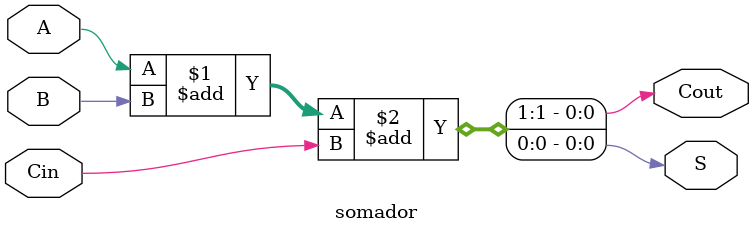
<source format=v>
module somador(
input A,
input B,
input Cin,
output S,
output Cout
);

assign {Cout,S}=A+B+Cin;

endmodule
</source>
